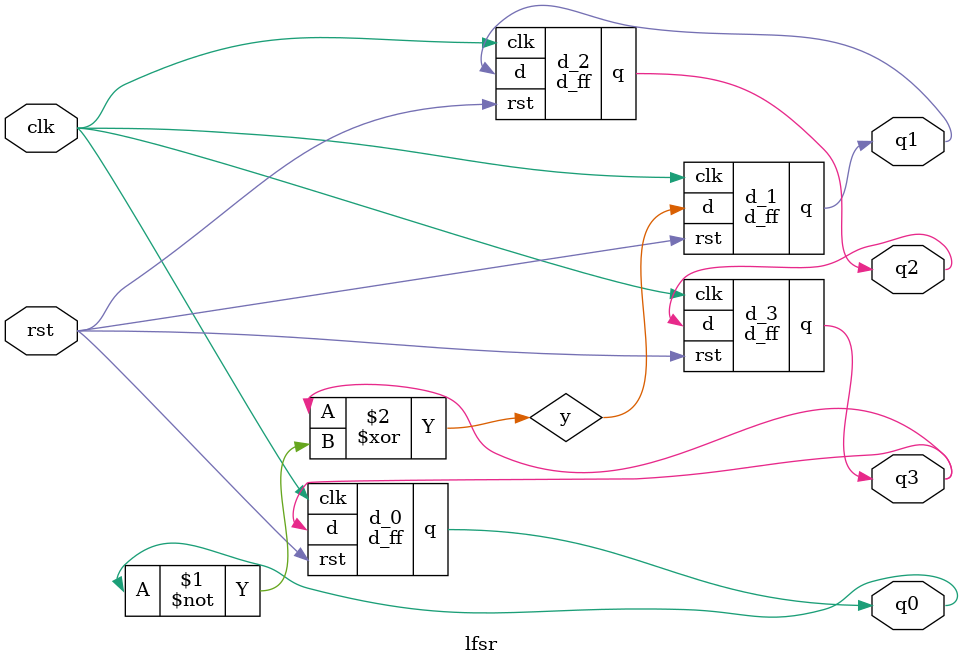
<source format=v>
module d_ff(d,q,rst,clk);

input d,clk,rst;

output reg q;

always @(posedge clk)
begin
if (rst)
q<=1'b0;
else 
q<=d;
end

endmodule

//module lfsr(clk,rst,d0,d1,d2,d3,q0,q1,q2,q3);
module lfsr(clk,rst,q0,q1,q2,q3);
input clk,rst;
output q0,q3,q2,q1;
wire y;
xor N(y,q3,~q0);
d_ff d_0(.d(q3),.q(q0),.rst(rst),.clk(clk));
d_ff d_1(.d(y),.q(q1),.rst(rst),.clk(clk));
d_ff d_2(.d(q1),.q(q2),.rst(rst),.clk(clk));
d_ff d_3(.d(q2),.q(q3),.rst(rst),.clk(clk));


//d_ff d_0(.d(d0),.q(q0),.rst(rst),.clk(clk));
//d_ff d_1(.d(d1),.q(q1),.rst(rst),.clk(clk));
//d_ff d_2(.d(d2),.q(q2),.rst(rst),.clk(clk));
//d_ff d_3(.d(d3),.q(q3),.rst(rst),.clk(clk));

//xor N1(y,q3,q0);

//assign q1=y;
//assign q0=d3;
//assign q2=q1;
//assign q3=q2;


endmodule

</source>
